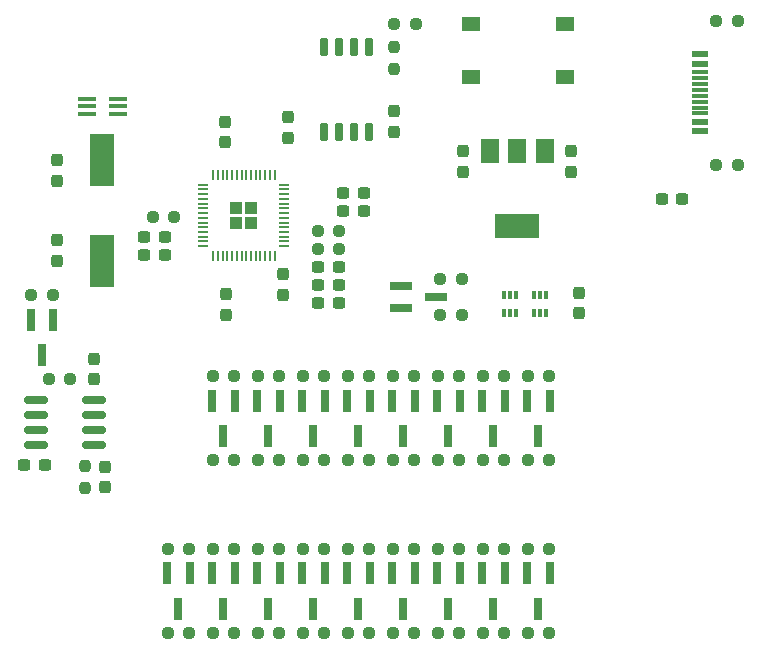
<source format=gbr>
%TF.GenerationSoftware,KiCad,Pcbnew,6.0.2+dfsg-1*%
%TF.CreationDate,2022-09-06T16:13:56-05:00*%
%TF.ProjectId,veritas,76657269-7461-4732-9e6b-696361645f70,rev?*%
%TF.SameCoordinates,Original*%
%TF.FileFunction,Paste,Top*%
%TF.FilePolarity,Positive*%
%FSLAX46Y46*%
G04 Gerber Fmt 4.6, Leading zero omitted, Abs format (unit mm)*
G04 Created by KiCad (PCBNEW 6.0.2+dfsg-1) date 2022-09-06 16:13:56*
%MOMM*%
%LPD*%
G01*
G04 APERTURE LIST*
G04 Aperture macros list*
%AMRoundRect*
0 Rectangle with rounded corners*
0 $1 Rounding radius*
0 $2 $3 $4 $5 $6 $7 $8 $9 X,Y pos of 4 corners*
0 Add a 4 corners polygon primitive as box body*
4,1,4,$2,$3,$4,$5,$6,$7,$8,$9,$2,$3,0*
0 Add four circle primitives for the rounded corners*
1,1,$1+$1,$2,$3*
1,1,$1+$1,$4,$5*
1,1,$1+$1,$6,$7*
1,1,$1+$1,$8,$9*
0 Add four rect primitives between the rounded corners*
20,1,$1+$1,$2,$3,$4,$5,0*
20,1,$1+$1,$4,$5,$6,$7,0*
20,1,$1+$1,$6,$7,$8,$9,0*
20,1,$1+$1,$8,$9,$2,$3,0*%
G04 Aperture macros list end*
%ADD10R,0.340000X0.700000*%
%ADD11RoundRect,0.237500X-0.250000X-0.237500X0.250000X-0.237500X0.250000X0.237500X-0.250000X0.237500X0*%
%ADD12RoundRect,0.237500X0.250000X0.237500X-0.250000X0.237500X-0.250000X-0.237500X0.250000X-0.237500X0*%
%ADD13R,0.800000X1.900000*%
%ADD14R,1.900000X0.800000*%
%ADD15RoundRect,0.237500X0.300000X0.237500X-0.300000X0.237500X-0.300000X-0.237500X0.300000X-0.237500X0*%
%ADD16RoundRect,0.237500X0.237500X-0.300000X0.237500X0.300000X-0.237500X0.300000X-0.237500X-0.300000X0*%
%ADD17RoundRect,0.237500X-0.237500X0.250000X-0.237500X-0.250000X0.237500X-0.250000X0.237500X0.250000X0*%
%ADD18RoundRect,0.237500X-0.237500X0.300000X-0.237500X-0.300000X0.237500X-0.300000X0.237500X0.300000X0*%
%ADD19RoundRect,0.237500X-0.300000X-0.237500X0.300000X-0.237500X0.300000X0.237500X-0.300000X0.237500X0*%
%ADD20R,1.550000X1.300000*%
%ADD21RoundRect,0.150000X-0.150000X0.650000X-0.150000X-0.650000X0.150000X-0.650000X0.150000X0.650000X0*%
%ADD22R,1.450000X0.600000*%
%ADD23R,1.450000X0.300000*%
%ADD24RoundRect,0.150000X-0.825000X-0.150000X0.825000X-0.150000X0.825000X0.150000X-0.825000X0.150000X0*%
%ADD25R,1.500000X2.000000*%
%ADD26R,3.800000X2.000000*%
%ADD27R,2.000000X4.500000*%
%ADD28R,1.500000X0.400000*%
%ADD29RoundRect,0.250000X-0.292217X0.292217X-0.292217X-0.292217X0.292217X-0.292217X0.292217X0.292217X0*%
%ADD30RoundRect,0.050000X-0.050000X0.387500X-0.050000X-0.387500X0.050000X-0.387500X0.050000X0.387500X0*%
%ADD31RoundRect,0.050000X-0.387500X0.050000X-0.387500X-0.050000X0.387500X-0.050000X0.387500X0.050000X0*%
G04 APERTURE END LIST*
D10*
%TO.C,U6*%
X49268000Y33135000D03*
X48768000Y33135000D03*
X48268000Y33135000D03*
X48268000Y31635000D03*
X48768000Y31635000D03*
X49268000Y31635000D03*
%TD*%
%TO.C,U5*%
X51808000Y33135000D03*
X51308000Y33135000D03*
X50808000Y33135000D03*
X50808000Y31635000D03*
X51308000Y31635000D03*
X51808000Y31635000D03*
%TD*%
D11*
%TO.C,R46*%
X11557000Y26035000D03*
X9732000Y26035000D03*
%TD*%
%TO.C,R44*%
X27408500Y4572000D03*
X29233500Y4572000D03*
%TD*%
%TO.C,R43*%
X29233500Y19177000D03*
X27408500Y19177000D03*
%TD*%
%TO.C,R42*%
X27408500Y11684000D03*
X29233500Y11684000D03*
%TD*%
%TO.C,R41*%
X27408500Y26289000D03*
X29233500Y26289000D03*
%TD*%
%TO.C,R40*%
X31218500Y4572000D03*
X33043500Y4572000D03*
%TD*%
%TO.C,R39*%
X33043500Y19177000D03*
X31218500Y19177000D03*
%TD*%
%TO.C,R38*%
X31218500Y11684000D03*
X33043500Y11684000D03*
%TD*%
%TO.C,R37*%
X31218500Y26289000D03*
X33043500Y26289000D03*
%TD*%
%TO.C,R36*%
X35028500Y4572000D03*
X36853500Y4572000D03*
%TD*%
%TO.C,R35*%
X36853500Y19177000D03*
X35028500Y19177000D03*
%TD*%
%TO.C,R34*%
X35028500Y11684000D03*
X36853500Y11684000D03*
%TD*%
%TO.C,R33*%
X35028500Y26289000D03*
X36853500Y26289000D03*
%TD*%
%TO.C,R32*%
X38838500Y4572000D03*
X40663500Y4572000D03*
%TD*%
%TO.C,R31*%
X40663500Y19177000D03*
X38838500Y19177000D03*
%TD*%
%TO.C,R30*%
X38838500Y11684000D03*
X40663500Y11684000D03*
%TD*%
%TO.C,R29*%
X38838500Y26289000D03*
X40663500Y26289000D03*
%TD*%
%TO.C,R28*%
X42648500Y4572000D03*
X44473500Y4572000D03*
%TD*%
%TO.C,R27*%
X44473500Y19177000D03*
X42648500Y19177000D03*
%TD*%
%TO.C,R26*%
X42648500Y11684000D03*
X44473500Y11684000D03*
%TD*%
%TO.C,R25*%
X42648500Y26289000D03*
X44473500Y26289000D03*
%TD*%
%TO.C,R24*%
X46458500Y4572000D03*
X48283500Y4572000D03*
%TD*%
%TO.C,R23*%
X48283500Y19177000D03*
X46458500Y19177000D03*
%TD*%
%TO.C,R21*%
X46458500Y11684000D03*
X48283500Y11684000D03*
%TD*%
%TO.C,R20*%
X46458500Y26289000D03*
X48283500Y26289000D03*
%TD*%
%TO.C,R19*%
X19788500Y4572000D03*
X21613500Y4572000D03*
%TD*%
%TO.C,R18*%
X50268500Y4572000D03*
X52093500Y4572000D03*
%TD*%
%TO.C,R17*%
X50268500Y19177000D03*
X52093500Y19177000D03*
%TD*%
%TO.C,R16*%
X19788500Y11684000D03*
X21613500Y11684000D03*
%TD*%
%TO.C,R15*%
X50268500Y11684000D03*
X52093500Y11684000D03*
%TD*%
%TO.C,R14*%
X52093500Y26289000D03*
X50268500Y26289000D03*
%TD*%
%TO.C,R13*%
X23598500Y4572000D03*
X25423500Y4572000D03*
%TD*%
%TO.C,R12*%
X25423500Y19177000D03*
X23598500Y19177000D03*
%TD*%
%TO.C,R11*%
X44704000Y31496000D03*
X42879000Y31496000D03*
%TD*%
%TO.C,R10*%
X23598500Y11684000D03*
X25423500Y11684000D03*
%TD*%
%TO.C,R9*%
X23598500Y26289000D03*
X25423500Y26289000D03*
%TD*%
D12*
%TO.C,R8*%
X42879000Y34544000D03*
X44704000Y34544000D03*
%TD*%
D13*
%TO.C,Q19*%
X28321000Y6604000D03*
X27371000Y9604000D03*
X29271000Y9604000D03*
%TD*%
%TO.C,Q18*%
X29271000Y24209000D03*
X27371000Y24209000D03*
X28321000Y21209000D03*
%TD*%
%TO.C,Q17*%
X32131000Y6604000D03*
X31181000Y9604000D03*
X33081000Y9604000D03*
%TD*%
%TO.C,Q16*%
X33081000Y24209000D03*
X31181000Y24209000D03*
X32131000Y21209000D03*
%TD*%
%TO.C,Q15*%
X35941000Y6604000D03*
X34991000Y9604000D03*
X36891000Y9604000D03*
%TD*%
%TO.C,Q14*%
X36891000Y24209000D03*
X34991000Y24209000D03*
X35941000Y21209000D03*
%TD*%
%TO.C,Q13*%
X40701000Y9604000D03*
X38801000Y9604000D03*
X39751000Y6604000D03*
%TD*%
%TO.C,Q12*%
X40701000Y24209000D03*
X38801000Y24209000D03*
X39751000Y21209000D03*
%TD*%
%TO.C,Q11*%
X44511000Y9604000D03*
X42611000Y9604000D03*
X43561000Y6604000D03*
%TD*%
%TO.C,Q10*%
X43561000Y21209000D03*
X42611000Y24209000D03*
X44511000Y24209000D03*
%TD*%
%TO.C,Q9*%
X48321000Y9604000D03*
X46421000Y9604000D03*
X47371000Y6604000D03*
%TD*%
%TO.C,Q8*%
X47371000Y21209000D03*
X46421000Y24209000D03*
X48321000Y24209000D03*
%TD*%
%TO.C,Q7*%
X20701000Y6604000D03*
X19751000Y9604000D03*
X21651000Y9604000D03*
%TD*%
%TO.C,Q6*%
X51181000Y6604000D03*
X50231000Y9604000D03*
X52131000Y9604000D03*
%TD*%
%TO.C,Q5*%
X52131000Y24209000D03*
X50231000Y24209000D03*
X51181000Y21209000D03*
%TD*%
%TO.C,Q4*%
X24511000Y6604000D03*
X23561000Y9604000D03*
X25461000Y9604000D03*
%TD*%
%TO.C,Q3*%
X24511000Y21209000D03*
X23561000Y24209000D03*
X25461000Y24209000D03*
%TD*%
D14*
%TO.C,Q2*%
X42521000Y33020000D03*
X39521000Y32070000D03*
X39521000Y33970000D03*
%TD*%
D11*
%TO.C,R7*%
X68083000Y56364999D03*
X66258000Y56364999D03*
%TD*%
D15*
%TO.C,C2*%
X19531500Y36576000D03*
X17806500Y36576000D03*
%TD*%
D13*
%TO.C,Q20*%
X10094000Y31067000D03*
X8194000Y31067000D03*
X9144000Y28067000D03*
%TD*%
D16*
%TO.C,C19*%
X14478000Y16917500D03*
X14478000Y18642500D03*
%TD*%
D15*
%TO.C,C20*%
X63373000Y41275000D03*
X61648000Y41275000D03*
%TD*%
D11*
%TO.C,R45*%
X8231500Y33147000D03*
X10056500Y33147000D03*
%TD*%
D17*
%TO.C,R22*%
X12827000Y18669000D03*
X12827000Y16844000D03*
%TD*%
%TO.C,R2*%
X38989000Y54149000D03*
X38989000Y52324000D03*
%TD*%
D18*
%TO.C,C10*%
X44831000Y43614000D03*
X44831000Y45339000D03*
%TD*%
D16*
%TO.C,C13*%
X10414000Y42852000D03*
X10414000Y44577000D03*
%TD*%
D19*
%TO.C,C4*%
X32538500Y35560000D03*
X34263500Y35560000D03*
%TD*%
D20*
%TO.C,SW1*%
X53426000Y56134000D03*
X45466000Y56134000D03*
X53426000Y51634000D03*
X45466000Y51634000D03*
%TD*%
D11*
%TO.C,R3*%
X18542000Y39751000D03*
X20367000Y39751000D03*
%TD*%
D21*
%TO.C,U1*%
X36830000Y54190000D03*
X35560000Y54190000D03*
X34290000Y54190000D03*
X33020000Y54190000D03*
X33020000Y46990000D03*
X34290000Y46990000D03*
X35560000Y46990000D03*
X36830000Y46990000D03*
%TD*%
D15*
%TO.C,C15*%
X36396000Y41783000D03*
X34671000Y41783000D03*
%TD*%
D16*
%TO.C,C11*%
X38989000Y46990000D03*
X38989000Y48715000D03*
%TD*%
D22*
%TO.C,J7*%
X64882000Y47044000D03*
X64882000Y47844000D03*
D23*
X64882000Y48544000D03*
X64882000Y49544000D03*
X64882000Y51044000D03*
X64882000Y52044000D03*
D22*
X64882000Y52744000D03*
X64882000Y53544000D03*
X64882000Y53544000D03*
X64882000Y52744000D03*
D23*
X64882000Y51544000D03*
X64882000Y50544000D03*
X64882000Y50044000D03*
X64882000Y49044000D03*
D22*
X64882000Y47844000D03*
X64882000Y47044000D03*
%TD*%
D19*
%TO.C,C17*%
X7673000Y18796000D03*
X9398000Y18796000D03*
%TD*%
D15*
%TO.C,C16*%
X36396000Y40259000D03*
X34671000Y40259000D03*
%TD*%
D18*
%TO.C,C3*%
X29591000Y34925000D03*
X29591000Y33200000D03*
%TD*%
D12*
%TO.C,R1*%
X40814000Y56134000D03*
X38989000Y56134000D03*
%TD*%
D11*
%TO.C,R5*%
X32512000Y38608000D03*
X34337000Y38608000D03*
%TD*%
D19*
%TO.C,C8*%
X32538500Y32512000D03*
X34263500Y32512000D03*
%TD*%
D11*
%TO.C,R6*%
X68083000Y44172999D03*
X66258000Y44172999D03*
%TD*%
D19*
%TO.C,C6*%
X32538500Y34036000D03*
X34263500Y34036000D03*
%TD*%
D15*
%TO.C,C1*%
X19531500Y38100000D03*
X17806500Y38100000D03*
%TD*%
D24*
%TO.C,U4*%
X8636000Y24257000D03*
X8636000Y22987000D03*
X8636000Y21717000D03*
X8636000Y20447000D03*
X13586000Y20447000D03*
X13586000Y21717000D03*
X13586000Y22987000D03*
X13586000Y24257000D03*
%TD*%
D16*
%TO.C,C7*%
X53975000Y43614000D03*
X53975000Y45339000D03*
%TD*%
D25*
%TO.C,U2*%
X51703000Y45339000D03*
X49403000Y45339000D03*
D26*
X49403000Y39039000D03*
D25*
X47103000Y45339000D03*
%TD*%
D18*
%TO.C,C14*%
X10414000Y37793000D03*
X10414000Y36068000D03*
%TD*%
D11*
%TO.C,R4*%
X32512000Y37084000D03*
X34337000Y37084000D03*
%TD*%
D16*
%TO.C,C9*%
X29972000Y46482000D03*
X29972000Y48207000D03*
%TD*%
D27*
%TO.C,Y1*%
X14224000Y36077000D03*
X14224000Y44577000D03*
%TD*%
D16*
%TO.C,C12*%
X24638000Y46101000D03*
X24638000Y47826000D03*
%TD*%
D28*
%TO.C,Q1*%
X15621000Y48484000D03*
X15621000Y49134000D03*
X15621000Y49784000D03*
X12961000Y49784000D03*
X12961000Y49134000D03*
X12961000Y48484000D03*
%TD*%
D18*
%TO.C,C5*%
X24765000Y33221000D03*
X24765000Y31496000D03*
%TD*%
%TO.C,C18*%
X13589000Y26035000D03*
X13589000Y27760000D03*
%TD*%
D16*
%TO.C,C21*%
X54610000Y31623000D03*
X54610000Y33348000D03*
%TD*%
D29*
%TO.C,U3*%
X26886500Y39271500D03*
X25611500Y40546500D03*
X25611500Y39271500D03*
X26886500Y40546500D03*
D30*
X28849000Y43346500D03*
X28449000Y43346500D03*
X28049000Y43346500D03*
X27649000Y43346500D03*
X27249000Y43346500D03*
X26849000Y43346500D03*
X26449000Y43346500D03*
X26049000Y43346500D03*
X25649000Y43346500D03*
X25249000Y43346500D03*
X24849000Y43346500D03*
X24449000Y43346500D03*
X24049000Y43346500D03*
X23649000Y43346500D03*
D31*
X22811500Y42509000D03*
X22811500Y42109000D03*
X22811500Y41709000D03*
X22811500Y41309000D03*
X22811500Y40909000D03*
X22811500Y40509000D03*
X22811500Y40109000D03*
X22811500Y39709000D03*
X22811500Y39309000D03*
X22811500Y38909000D03*
X22811500Y38509000D03*
X22811500Y38109000D03*
X22811500Y37709000D03*
X22811500Y37309000D03*
D30*
X23649000Y36471500D03*
X24049000Y36471500D03*
X24449000Y36471500D03*
X24849000Y36471500D03*
X25249000Y36471500D03*
X25649000Y36471500D03*
X26049000Y36471500D03*
X26449000Y36471500D03*
X26849000Y36471500D03*
X27249000Y36471500D03*
X27649000Y36471500D03*
X28049000Y36471500D03*
X28449000Y36471500D03*
X28849000Y36471500D03*
D31*
X29686500Y37309000D03*
X29686500Y37709000D03*
X29686500Y38109000D03*
X29686500Y38509000D03*
X29686500Y38909000D03*
X29686500Y39309000D03*
X29686500Y39709000D03*
X29686500Y40109000D03*
X29686500Y40509000D03*
X29686500Y40909000D03*
X29686500Y41309000D03*
X29686500Y41709000D03*
X29686500Y42109000D03*
X29686500Y42509000D03*
%TD*%
M02*

</source>
